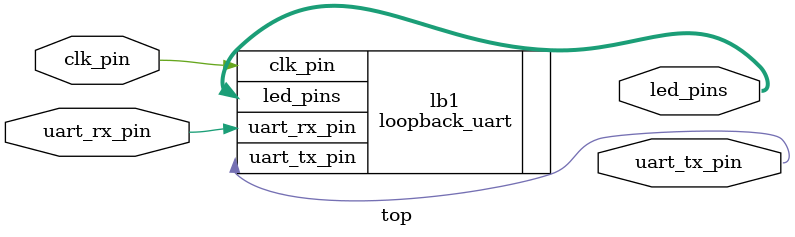
<source format=v>

`default_nettype none

module top(
    input clk_pin,
    input uart_rx_pin,
    output uart_tx_pin,
    output [5:0] led_pins
);

    loopback_uart lb1(
        .clk_pin(clk_pin),
        .uart_rx_pin(uart_rx_pin),
        .uart_tx_pin(uart_tx_pin),
        .led_pins(led_pins)
    );

    // uart_write_test uart1(
    //     .clk_pin(clk_pin),
    //     .uart_rx_pin(uart_rx_pin),
    //     .uart_tx_pin(uart_tx_pin),
    //     .led_pins(led_pins)
    // );

    // led_uart led_uart1(
    //     .clk_pin(clk_pin),
    //     .uart_rx_pin(uart_rx_pin),
    //     .uart_tx_pin(uart_tx_pin),
    //     .led_pins(led_pins)
    // );

endmodule
</source>
